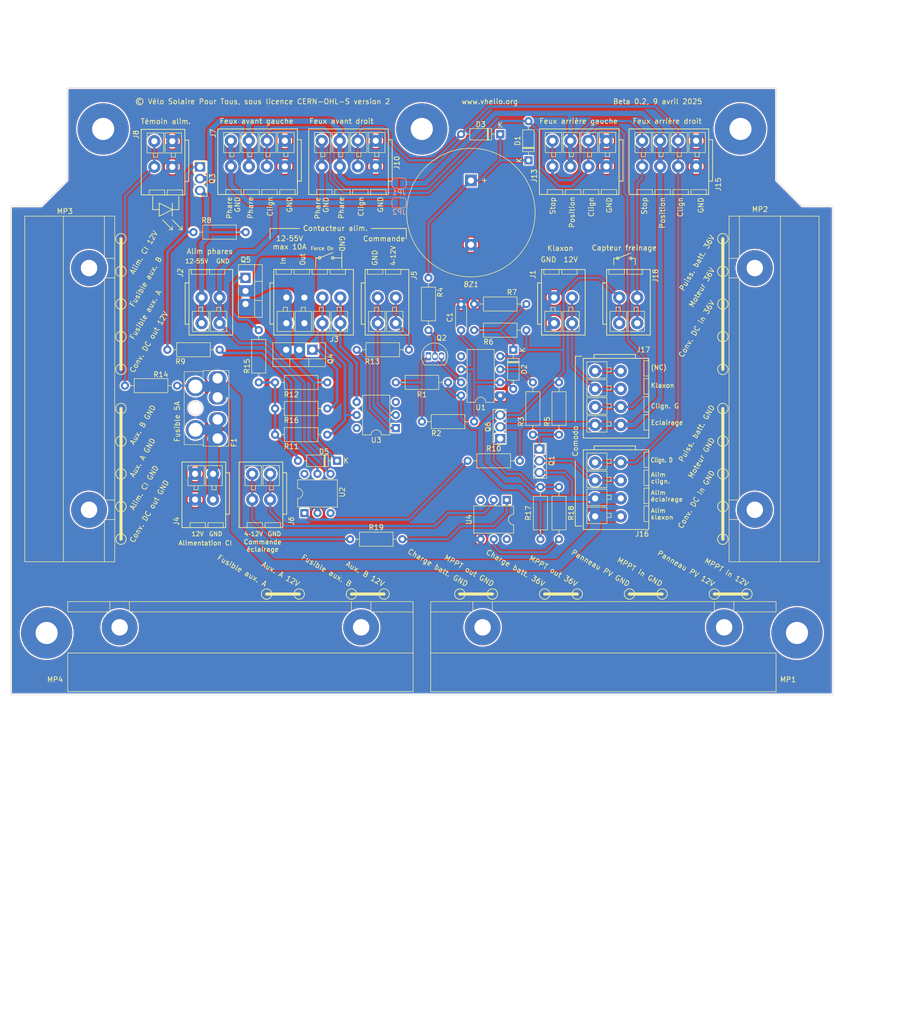
<source format=kicad_pcb>
(kicad_pcb (version 20211014) (generator pcbnew)

  (general
    (thickness 1.6)
  )

  (paper "A4")
  (layers
    (0 "F.Cu" signal)
    (31 "B.Cu" signal)
    (32 "B.Adhes" user "B.Adhesive")
    (33 "F.Adhes" user "F.Adhesive")
    (34 "B.Paste" user)
    (35 "F.Paste" user)
    (36 "B.SilkS" user "B.Silkscreen")
    (37 "F.SilkS" user "F.Silkscreen")
    (38 "B.Mask" user)
    (39 "F.Mask" user)
    (40 "Dwgs.User" user "User.Drawings")
    (41 "Cmts.User" user "User.Comments")
    (42 "Eco1.User" user "User.Eco1")
    (43 "Eco2.User" user "User.Eco2")
    (44 "Edge.Cuts" user)
    (45 "Margin" user)
    (46 "B.CrtYd" user "B.Courtyard")
    (47 "F.CrtYd" user "F.Courtyard")
    (48 "B.Fab" user)
    (49 "F.Fab" user)
    (50 "User.1" user)
    (51 "User.2" user)
    (52 "User.3" user)
    (53 "User.4" user)
    (54 "User.5" user)
    (55 "User.6" user)
    (56 "User.7" user)
    (57 "User.8" user)
    (58 "User.9" user)
  )

  (setup
    (stackup
      (layer "F.SilkS" (type "Top Silk Screen"))
      (layer "F.Paste" (type "Top Solder Paste"))
      (layer "F.Mask" (type "Top Solder Mask") (thickness 0.01))
      (layer "F.Cu" (type "copper") (thickness 0.035))
      (layer "dielectric 1" (type "core") (thickness 1.51) (material "FR4") (epsilon_r 4.5) (loss_tangent 0.02))
      (layer "B.Cu" (type "copper") (thickness 0.035))
      (layer "B.Mask" (type "Bottom Solder Mask") (thickness 0.01))
      (layer "B.Paste" (type "Bottom Solder Paste"))
      (layer "B.SilkS" (type "Bottom Silk Screen"))
      (copper_finish "None")
      (dielectric_constraints no)
    )
    (pad_to_mask_clearance 0)
    (pcbplotparams
      (layerselection 0x00010e0_ffffffff)
      (disableapertmacros false)
      (usegerberextensions false)
      (usegerberattributes true)
      (usegerberadvancedattributes true)
      (creategerberjobfile true)
      (svguseinch false)
      (svgprecision 6)
      (excludeedgelayer true)
      (plotframeref false)
      (viasonmask false)
      (mode 1)
      (useauxorigin false)
      (hpglpennumber 1)
      (hpglpenspeed 20)
      (hpglpendiameter 15.000000)
      (dxfpolygonmode true)
      (dxfimperialunits true)
      (dxfusepcbnewfont true)
      (psnegative false)
      (psa4output false)
      (plotreference true)
      (plotvalue true)
      (plotinvisibletext false)
      (sketchpadsonfab false)
      (subtractmaskfromsilk false)
      (outputformat 1)
      (mirror false)
      (drillshape 0)
      (scaleselection 1)
      (outputdirectory "")
    )
  )

  (net 0 "")
  (net 1 "GND")
  (net 2 "Net-(F1-Pad2)")
  (net 3 "Net-(D1-Pad2)")
  (net 4 "Net-(D3-Pad2)")
  (net 5 "/Phares")
  (net 6 "Net-(J13-Pad4)")
  (net 7 "Net-(J1-Pad2)")
  (net 8 "/Flasher/Out")
  (net 9 "unconnected-(J17-Pad1)")
  (net 10 "/12V_5A")
  (net 11 "/Flasher/Enable")
  (net 12 "/Contacteur Phares/Input")
  (net 13 "/Contacteur Phares/GND")
  (net 14 "/Contacteur Phares/Output")
  (net 15 "Net-(D4-Pad2)")
  (net 16 "/Conv12V_In.Vbatt")
  (net 17 "/Contacteur alim./Input")
  (net 18 "/Contacteur alim./SW_On")
  (net 19 "/Contacteur alim./GND")
  (net 20 "/Contacteur alim./Cmd_GND")
  (net 21 "/Contacteur alim./Cmd_On")
  (net 22 "/Contacteur Eclairage/Cmd_On")
  (net 23 "/Contacteur Eclairage/Cmd_GND")
  (net 24 "Net-(Q4-Pad1)")
  (net 25 "Net-(Q5-Pad1)")
  (net 26 "Net-(C1-Pad1)")
  (net 27 "Net-(D2-Pad1)")
  (net 28 "Net-(D5-Pad2)")
  (net 29 "Net-(Q1-Pad1)")
  (net 30 "Net-(Q2-Pad1)")
  (net 31 "Net-(Q2-Pad2)")
  (net 32 "Net-(Q2-Pad3)")
  (net 33 "Net-(Q3-Pad1)")
  (net 34 "Net-(Q6-Pad1)")
  (net 35 "Net-(R3-Pad1)")
  (net 36 "Net-(R9-Pad2)")
  (net 37 "Net-(R10-Pad1)")
  (net 38 "Net-(R13-Pad1)")
  (net 39 "Net-(R18-Pad2)")
  (net 40 "Net-(R19-Pad1)")
  (net 41 "unconnected-(U1-Pad5)")
  (net 42 "unconnected-(U2-Pad3)")
  (net 43 "unconnected-(U2-Pad6)")
  (net 44 "unconnected-(U3-Pad3)")
  (net 45 "unconnected-(U3-Pad6)")
  (net 46 "unconnected-(U4-Pad3)")
  (net 47 "unconnected-(U4-Pad6)")

  (footprint "circuit:Wago_221-500_SplicingConnectorHolder" (layer "F.Cu") (at 95.25 82.55 90))

  (footprint "circuit:MountingHole_5mm" (layer "F.Cu") (at 87 130))

  (footprint "Resistor_THT:R_Axial_DIN0207_L6.3mm_D2.5mm_P10.16mm_Horizontal" (layer "F.Cu") (at 147.32 74.93))

  (footprint "circuit:Buzzer_25x16_12.5" (layer "F.Cu") (at 169.545 42.01 -90))

  (footprint "Resistor_THT:R_Axial_DIN0207_L6.3mm_D2.5mm_P10.16mm_Horizontal" (layer "F.Cu") (at 186.69 101.6 -90))

  (footprint "Resistor_THT:R_Axial_DIN0207_L6.3mm_D2.5mm_P10.16mm_Horizontal" (layer "F.Cu") (at 180.34 71.12 180))

  (footprint "circuit:TO-220-3_Vertical" (layer "F.Cu") (at 138.69 74.93 180))

  (footprint "circuit:Generic_FuseHolder_MINI" (layer "F.Cu") (at 120.26 80.485 -90))

  (footprint "Resistor_THT:R_Axial_DIN0207_L6.3mm_D2.5mm_P10.16mm_Horizontal" (layer "F.Cu") (at 165.1 81.28 180))

  (footprint "Package_DIP:DIP-8_W7.62mm" (layer "F.Cu") (at 175.26 83.82 180))

  (footprint "circuit:TerminalBlock_Wago_2601-3102_1x02_P3.50mm_Vertical" (layer "F.Cu") (at 119.38 104.06 180))

  (footprint "Resistor_THT:R_Axial_DIN0207_L6.3mm_D2.5mm_P10.16mm_Horizontal" (layer "F.Cu") (at 160.02 88.9))

  (footprint "Resistor_THT:R_Axial_DIN0207_L6.3mm_D2.5mm_P10.16mm_Horizontal" (layer "F.Cu") (at 168.91 96.52))

  (footprint "circuit:MountingHole_5mm" (layer "F.Cu") (at 98 32))

  (footprint "circuit:TerminalBlock_Wago_2601-3104_1x04_P3.50mm_Vertical" (layer "F.Cu") (at 195.920004 39.29 180))

  (footprint "circuit:TO-251-3_Vertical" (layer "F.Cu") (at 182.88 94.23 -90))

  (footprint "Resistor_THT:R_Axial_DIN0207_L6.3mm_D2.5mm_P10.16mm_Horizontal" (layer "F.Cu") (at 110.49 74.93))

  (footprint "Diode_THT:D_DO-35_SOD27_P7.62mm_Horizontal" (layer "F.Cu") (at 143.51 96.52 180))

  (footprint "circuit:TerminalBlock_Wago_2601-3104_1x04_P3.50mm_Vertical" (layer "F.Cu") (at 213.370004 39.29 180))

  (footprint "circuit:TO-92L_Inline" (layer "F.Cu") (at 161.29 76.2))

  (footprint "circuit:MountingHole_5mm" (layer "F.Cu") (at 222 32))

  (footprint "Resistor_THT:R_Axial_DIN0207_L6.3mm_D2.5mm_P10.16mm_Horizontal" (layer "F.Cu") (at 131.445 86.36))

  (footprint "circuit:TerminalBlock_Wago_2601-3104_1x04_P3.50mm_Vertical" (layer "F.Cu") (at 133.35 39.29 180))

  (footprint "Diode_THT:D_DO-35_SOD27_P7.62mm_Horizontal" (layer "F.Cu") (at 175.26 33.02 180))

  (footprint "Resistor_THT:R_Axial_DIN0207_L6.3mm_D2.5mm_P10.16mm_Horizontal" (layer "F.Cu") (at 102.235 81.915))

  (footprint "Diode_THT:D_DO-35_SOD27_P7.62mm_Horizontal" (layer "F.Cu") (at 177.8 74.93 -90))

  (footprint "Resistor_THT:R_Axial_DIN0207_L6.3mm_D2.5mm_P10.16mm_Horizontal" (layer "F.Cu") (at 181.61 81.28 -90))

  (footprint "Capacitor_THT:C_Disc_D4.3mm_W1.9mm_P5.00mm" (layer "F.Cu") (at 167.64 71.12 90))

  (footprint "Resistor_THT:R_Axial_DIN0207_L6.3mm_D2.5mm_P10.16mm_Horizontal" (layer "F.Cu") (at 161.29 71.12 90))

  (footprint "circuit:TerminalBlock_Wago_2601-3102_1x02_P3.50mm_Vertical" (layer "F.Cu") (at 151.424996 64.77))

  (footprint "Diode_THT:D_DO-35_SOD27_P7.62mm_Horizontal" (layer "F.Cu") (at 180.75 38.1 90))

  (footprint "circuit:TerminalBlock_Wago_2601-3104_1x04_P3.50mm_Vertical" (layer "F.Cu") (at 198.7161 96.829996 -90))

  (footprint "circuit:TO-251-3_Vertical" (layer "F.Cu") (at 116.84 39.37 -90))

  (footprint "circuit:TerminalBlock_Wago_2601-3104_1x04_P3.50mm_Vertical" (layer "F.Cu") (at 133.644996 64.77))

  (footprint "circuit:Wago_221-500_SplicingConnectorHolder" (layer "F.Cu") (at 224.79 82.55 -90))

  (footprint "Package_DIP:DIP-6_W7.62mm" (layer "F.Cu") (at 154.94 90.17 180))

  (footprint "circuit:MountingHole_5mm" (layer "F.Cu") (at 160 32))

  (footprint "circuit:TerminalBlock_Wago_2601-3102_1x02_P3.50mm_Vertical" (layer "F.Cu")
    (tedit 67E5B582) (tstamp ad280681-52bf-4c8b-ac2c-9709ca177a8f)
    (at 111.450003 39.37 180)
    (tags "Wago 2601-3102")
    (property "Sheetfile" "circuit.kicad_sch")
    (property "Sheetname" "")
    (path "/6e9cd9b5-2cb7-48b8-855f-32619e72c0d6")
    (attr through_hole)
    (fp_text reference "J8" (at 7.056003 5.334 90 unlocked) (layer "F.SilkS")
      (effects (font (size 1 1) (thickness 0.15)) (justify left))
      (tstamp 01e6719e-9dcc-49b4-83bd-29865c70ede1)
    )
    (fp_text value "Conn_Indicateur_Alim" (at 6.35 12.7 180 unlocked) (layer "F.Fab")
      (effects (font (size 1 1) (thickness 0.15)))
      (tstamp 226ba779-52a5-430e-8724-687eedb9994a)
    )
    (fp_text user "${REFERENCE}" (at -2.54 8.89 180 unlocked) (layer "F.Fab")
      (effects (font (size 1 1) (thickness 0.15)) (justify left))
      (tstamp 66b292fe-b076-4a06-a7c0-1ada692a3a1c)
    )
    (fp_line (start 0.200004 2.7) (end 0.200004 1.9) (layer "F.SilkS") (width 0.12) (tstamp 055344df-a143-4136-b771-d336538fb7af))
    (fp_line (start 6.050002 -5.449999) (end 6.050002 7.300001) (layer "F.SilkS") (width 0.1524) (tstamp 0bf7f6d2-f9ad-418f-a859-2bdac7c5ae6a))
    (fp_line (start 1.000004 -4.5) (end -1.999996 -4.5) (layer "F.SilkS") (width 0.12) (tstamp 172a5f2e-4b05-4695-a29c-fa4177c4b3cb))
    (fp_line (start -1.799996 2.7) (end 1.400004 2.7) (layer "F.SilkS") (width 0.12) (tstamp 2bda51c6-7fa4-46ce-ae16-9432d8e95181))
    (fp_line (start -2.449999 -5.449999) (end 6.050002 -5.449999) (layer "F.SilkS") (width 0.1524) (tstamp 2fe5d3e2-bddb-4587-bded-427cfce568b9))
    (fp_line (start -2.449998 -2.849999) (end -3.199999 -2.849999) (layer "F.SilkS") (width 0.1524) (tstamp 37130413-1809-47b9-8303-cea1ae047af6))
    (fp_line (start 1.400004 6.6) (end -1.799996 6.6) (layer "F.SilkS") (width 0.12) (tstamp 3e95dbad-cf0c-49ac-9feb-4e066d548718))
    (fp_line (start 1.500004 -4.5) (end 1.500004 -5.5) (layer "F.SilkS") (width 0.12) (tstamp 447f988c-93f8-4098-90d3-450e5b33e37e))
    (fp_line (start -2.449998 5.2) (end -3.199999 5.2) (layer "F.SilkS") (width 0.1524) (tstamp 480dd182-3993-417f-8df5-e200a1f80d68))
    (fp_line (start 1.700004 2.7) (end 4.900004 2.7) (layer "F.SilkS") (width 0.12) (tstamp 51a339e0-742b-4f55-ac2a-68cbce2af206))
    (fp_line (start 4.500004 -4.5) (end 1.500004 -4.5) (layer "F.SilkS") (width 0.12) (tstamp 5cc9ce62-9d95-47ab-92a1-556a194f8c63))
    (fp_line (start 4.900004 6.6) (end 1.700004 6.6) (layer "F.SilkS") (width 0.12) (tstamp 6b8e3659-a647-4450-8987-9cf793c52fd5))
    (fp_line (start -2.449999 7.300001) (end -2.449999 -5.449999) (layer "F.SilkS") (width 0.1524) (tstamp 6f53efb7-db48-45d9-80c1-507b9960ad08))
    (fp_line (start 3.700004 1.9) (end 2.900004 1.9) (layer "F.SilkS") (width 0.12) (tstamp 84bb1473-531d-4720-ba3b-1fc557b46054))
    (fp_line (start 4.900004 2.7) (end 4.900004 6.6) (layer "F.SilkS") (width 0.12) (tstamp 874081a4-b3f7-4615-9506-53da689e2116))
    (fp_line (start -1.999996 -4.5) (end -1.999996 -5.5) (layer "F.SilkS") (width 0.12) (tstamp 890b243b-b04d-4f29-ab51-41f7ecadcda7))
    (fp_line (start 1.400004 2.7) (end 1.400004 6.6) (layer "F.SilkS") (width 0.12) (tstamp 9a0efaaf-2136-4026-b3c2-edfb6e83a75f))
    (fp_line (start 1.000004 -5.5) (end 1.000004 -4.5) (layer "F.SilkS") (width 0.12) (tstamp aa41a8c3-0e56-44b4-a82b-0213f5a70b0a))
    (fp_line (start 3.700004 2.7) (end 3.700004 1.9) (layer "F.SilkS") (width 0.12) (tstamp c0508555-6424-4fad-9226-ea42a1633de9))
    (fp_line (start 2.900004 1.9) (end 2.900004 2.7) (layer "F.SilkS") (width 0.12) (tstamp c37f20c4-30c5-4386-b6e8-dfff5caa39b4))
    (fp_line (start 4.500004 -5.5) (end 4.500004 -4.5) (layer "F.SilkS") (width 0.12) (tstamp c3a8f970-2a4a-4a9c-b215-e4de5eebaf7d))
    (fp_line (start -1.799996 6.6) (end -1.799996 2.7) (layer "F.SilkS") (width 0.12) (tstamp cf2c6647-6755-4742-aaa1-c5903da09b5e))
    (fp_line (start -2.449999 7.300001) (end 6.050002 7.300001) (layer "F.SilkS") (width 0.1524) (tstamp d52c2de8-ba2b-4089-b214-05a4b7a1c4e9))
    (fp_line (start -3.199999 5.2) (end -3.199999 -2.849999) (layer "F.SilkS") (width 0.1524) (tstamp e7635299-8a9a-43d3-8b3b-95319ccda23b))
    (fp_line (start 0.200004 1.9) (end -0.599996 1.9) (layer "F.SilkS") (width 0.12) (tstamp eaa75a45-f2f9-4305-98ea-dd8a5d8f3404))
    (fp_line (start -0.599996 1.9) (end -0.599996 2.7) (layer "F.SilkS") (width 0.12) (tstamp f1ea6538-b56f-40f6-b846-910db16dc20a))
    (fp_line (start 1.700004 6.6) (end 1.700004 2.7) (layer "F.SilkS") (width 0.12) (tstamp fbb1d5ec-8996-4f56-8e52-da703f4d2e64))
    (fp_line (start -3.453998 7.554001) (end 6.304002 7.554001) (layer "F.CrtYd") (width 0.1524) (tstamp 036dd9cc-d33e-4cbc-95b3-3504fede4aec))
    (fp_line (start 6.304002 7.554001) (end 6.304002 -5.703999) (layer "F.CrtYd") (width 0.1524) (tstamp 2be1ad9c-f5ad-4393-8d1b-255265215f24))
    (fp_line (start 6.304002 -5.703999) (end -3.453998 -5.703999) (layer "F.CrtYd") (width 0.1524) (tstamp 46255798-4fe0-48db-95bb-e8657595928f))
    (fp_line (start -3.453998 -5.703999) (end -3.453998 7.554001) (layer "F.CrtYd") (width 0.1524) (tstamp fad1fd43-7d33-4667-863c-8ca08b2707f7))
    (fp_line (start 1.000004 -13.5) (end -1.999996 -13.5) (layer "F.Fab") (width 0.1) (tstamp 084b8c5d-9271-4ac8-85c9-4061ca2c5241))
    (fp_line (start -1.999996 -13.5) (end -1.999996 -5.5) (layer "F.Fab") (width 0.1) (tstamp 1e9e3dc3-60cb-4dbd-9950-5015d3a5554c))
    (fp_line (start -2.449999 -5.449999) (end 6.05 -5.45) (layer "F.Fab") (width 0.0254) (tstamp 20e0f39f-a516-4513-b954-687df20c7938))
    (fp_line (start 1.500004 -5.5) (end 4.500004 -5.5) (layer "F.Fab") (width 0.1) (tstamp 281e3047-1dee-4c1f-abcc-3ec78c07b9d2))
    (fp_line (start -2.449998 -2.849999) (end -3.199999 -2.849999) (layer "F.Fab") (width 0.0254) (tstamp 2838e18b-615f-4dc1-a560-afebf8a14ac0))
    (fp_line (start 1.500004 -13.5) (end 1.500004 -5.5) (layer "F.Fab") (width 0.1) (tstamp 375a73bc-0e9f-4b07-be05-baa0ea4834df))
    (fp_line (start -2.449999 7.300001) (end 6.05 7.3) (layer "F.Fab") (width 0.0254) (tstamp 47e7736f-c1e0-4e8f-9d69-5a42b72ff067))
    (fp_line (start 4.500004 -13.5) (end 1.500004 -13.5) (layer "F.Fab") (width 0.1) (tstamp 862dc70f-7dc2-4117-aa37-5ef6063c3df4))
    (fp_line (start -1.999996 -5.5) (end 1.000004 -5.5) (layer "F.Fab") (width 0.1) (tstamp a264b89d-0a12-4e75-9c30-5e3d238c19e2))
    (fp_line (start 4.500004 -5.5) (end 4.500004 -13.5) (layer "F.Fab") (width 0.1) (tstamp a57a00d3-d2f9-406e-8339-5cc2aa251b6a))
    (fp_line (start -3.199999 5.2) (end -3.199999 -2.849999) (layer "F.Fab") (width 0.0254) (tstamp c25e5526-d36c-4326-a80b-e065b988306c))
    (fp_line (start 6.05 -5.45) (end 6.05 7.3) (layer "F.Fab") (width 0.0254) (tstamp d70b3483-f6ee-4d0e-af72-efbabafa5502))
    (fp_line (start 1.000004 -5.5) (end 1.000004 -13.5) (layer "F.Fab") (width 0.1) (tstamp db13f834-9398-4491-8f81-d656a6ff9ec3))
    (fp_line (start -2.449998 5.2) (end -3.199999 5.2) (layer "F.Fab") (width 0.0254) (tstamp dca10a6c-b513-45f6-bfa6-c3d42471561a))
    (fp_line (start -2.449999 7.300001) (end -2.449999 -5.449999) (layer "F.Fab") (width 0.0254) (tstamp eb190e03-2594-4691-9d6e-1bfdf1facede))
    (pad "1" thru_hole circle (at 0 5 180) (size 2.4 2.4) (drill 1.2) (layers *.Cu *.Mask)
      (net 1 "GND") (pinfunction "-") (pintype "power_in") (tstamp 10bcd881-4b05-4ea6-bdb8-d4bc42a44033))
    (pad "1" thru_hole circle (at 0 0 180) (size 2.4 2.4) (drill 1.2) (layers *.Cu *.Mask)
      (net 1 "GND") (pinfunction "-") (pintype "power_in") (tstamp 52477310-b288-4772-903b-6aa290fc40f8))
    (pad "2" thru_hole circle (at 3.500003 0 180) (size 2.4 2.4) (drill 1.2) (layers *.Cu *.Mask)
      (net 15 "Net-(D4-Pad2)") (pinfunction "+") (pintype "passive") (tstamp 51b7dceb-af3a-4949-9f3e-1faf1dfec020))
    (pad "2" thru_hole circle (at 3.500003 5 180) (size 2.4 2.4) (drill 1.2) (layers *.Cu *.Mask)
      (net 15 "Net-(D4-Pad2)") (pinfunction "+") (pintype "passive") (tstamp 66700e06-ed6c-471d-ab91-367b8c86d03d))
    
... [1654793 chars truncated]
</source>
